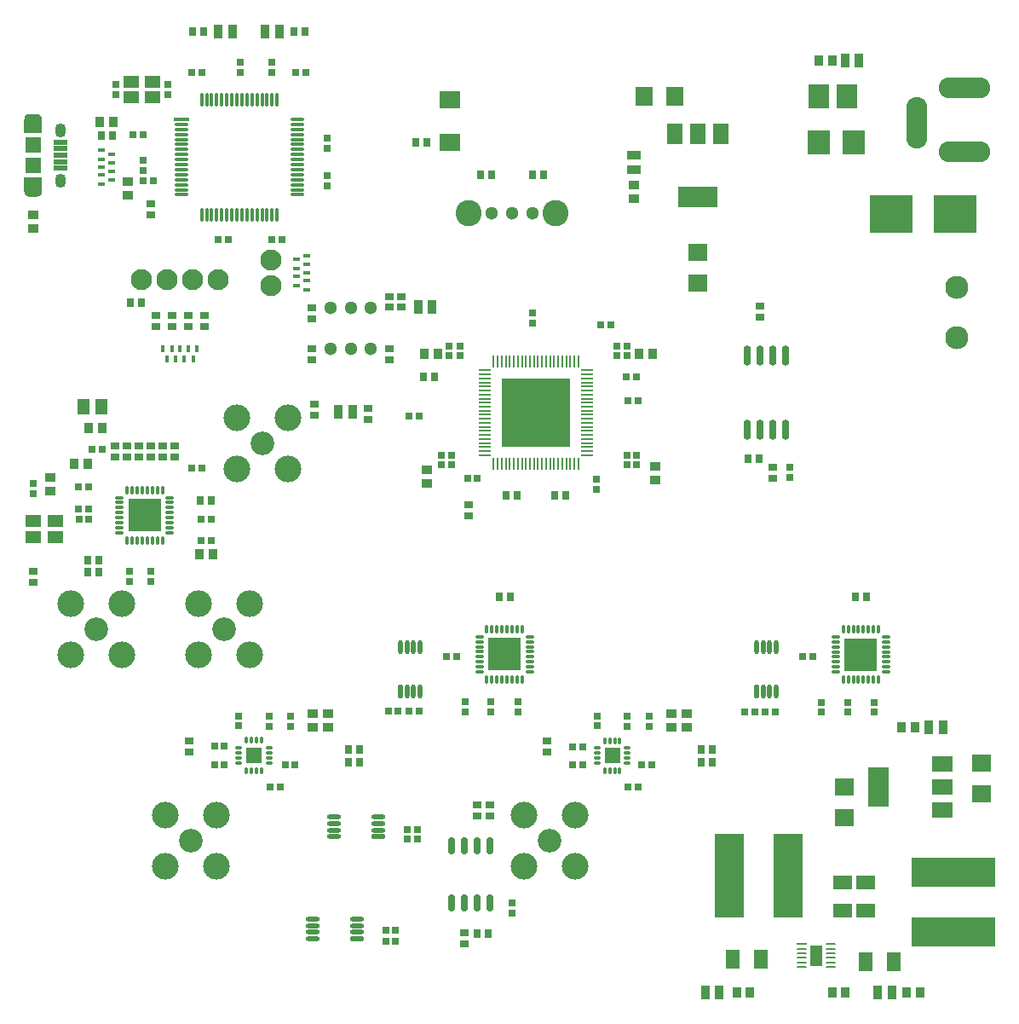
<source format=gts>
G04*
G04 #@! TF.GenerationSoftware,Altium Limited,Altium Designer,21.8.1 (53)*
G04*
G04 Layer_Color=8388736*
%FSLAX44Y44*%
%MOMM*%
G71*
G04*
G04 #@! TF.SameCoordinates,6CD9B284-D185-4371-BAE9-4CCCACD555D3*
G04*
G04*
G04 #@! TF.FilePolarity,Negative*
G04*
G01*
G75*
%ADD18O,1.0000X0.3500*%
%ADD19O,0.3500X1.0000*%
%ADD20R,3.2000X3.2000*%
%ADD21R,1.6000X1.6000*%
%ADD22O,0.8000X0.3000*%
%ADD23O,0.3000X0.8000*%
%ADD24R,3.2000X3.2000*%
%ADD25R,0.7500X0.8500*%
%ADD26R,0.8500X0.7500*%
%ADD27R,1.9000X1.8000*%
%ADD28R,1.4000X0.9000*%
%ADD29R,1.0500X0.9000*%
%ADD30R,2.1000X1.7000*%
%ADD31R,0.7000X0.7000*%
%ADD32R,0.9500X1.1000*%
%ADD33R,0.9000X1.4000*%
%ADD34R,0.7000X0.7000*%
%ADD35O,1.1900X0.2400*%
%ADD36O,0.2400X1.1900*%
%ADD37R,6.8400X6.8400*%
%ADD38R,1.1000X0.9500*%
%ADD39R,1.2900X1.5700*%
%ADD40O,0.7500X1.7500*%
%ADD41R,0.9000X1.0500*%
%ADD42R,2.9000X8.3000*%
%ADD43R,8.3000X2.9000*%
%ADD44R,2.2600X2.3600*%
%ADD45R,2.0500X2.3500*%
%ADD46R,1.8000X1.9000*%
%ADD47R,3.9000X2.1000*%
%ADD48R,1.6000X2.1000*%
G04:AMPARAMS|DCode=49|XSize=0.5mm|YSize=1.4mm|CornerRadius=0.15mm|HoleSize=0mm|Usage=FLASHONLY|Rotation=270.000|XOffset=0mm|YOffset=0mm|HoleType=Round|Shape=RoundedRectangle|*
%AMROUNDEDRECTD49*
21,1,0.5000,1.1000,0,0,270.0*
21,1,0.2000,1.4000,0,0,270.0*
1,1,0.3000,-0.5500,-0.1000*
1,1,0.3000,-0.5500,0.1000*
1,1,0.3000,0.5500,0.1000*
1,1,0.3000,0.5500,-0.1000*
%
%ADD49ROUNDEDRECTD49*%
%ADD50O,1.4000X0.5000*%
%ADD51R,1.4000X1.9000*%
%ADD52R,1.9000X1.4000*%
G04:AMPARAMS|DCode=53|XSize=1.0096mm|YSize=0.1925mm|CornerRadius=0.0962mm|HoleSize=0mm|Usage=FLASHONLY|Rotation=0.000|XOffset=0mm|YOffset=0mm|HoleType=Round|Shape=RoundedRectangle|*
%AMROUNDEDRECTD53*
21,1,1.0096,0.0000,0,0,0.0*
21,1,0.8172,0.1925,0,0,0.0*
1,1,0.1925,0.4086,0.0000*
1,1,0.1925,-0.4086,0.0000*
1,1,0.1925,-0.4086,0.0000*
1,1,0.1925,0.4086,0.0000*
%
%ADD53ROUNDEDRECTD53*%
%ADD54R,1.0096X0.1925*%
%ADD55R,1.3100X2.1200*%
%ADD56R,2.1000X1.6000*%
%ADD57R,2.1000X3.9000*%
%ADD58O,0.5000X1.4000*%
G04:AMPARAMS|DCode=59|XSize=0.5mm|YSize=1.4mm|CornerRadius=0.15mm|HoleSize=0mm|Usage=FLASHONLY|Rotation=180.000|XOffset=0mm|YOffset=0mm|HoleType=Round|Shape=RoundedRectangle|*
%AMROUNDEDRECTD59*
21,1,0.5000,1.1000,0,0,180.0*
21,1,0.2000,1.4000,0,0,180.0*
1,1,0.3000,-0.1000,0.5500*
1,1,0.3000,0.1000,0.5500*
1,1,0.3000,0.1000,-0.5500*
1,1,0.3000,-0.1000,-0.5500*
%
%ADD59ROUNDEDRECTD59*%
%ADD60R,1.5000X1.2500*%
%ADD61R,1.4500X0.5000*%
%ADD62R,1.6500X1.6000*%
%ADD63R,0.8000X0.3000*%
%ADD64R,0.3000X0.8000*%
%ADD65O,0.3400X1.4900*%
%ADD66O,1.4900X0.3400*%
%ADD67R,1.4900X0.3400*%
%ADD68O,0.7500X2.0000*%
%ADD69R,4.2418X3.8100*%
%ADD70C,2.6500*%
%ADD71C,2.3500*%
%ADD72C,1.3000*%
%ADD73C,2.6000*%
%ADD74O,1.6500X1.1000*%
%ADD75O,1.1000X1.4000*%
%ADD76C,2.1000*%
%ADD77O,5.1000X2.1000*%
%ADD78O,2.1000X5.1000*%
%ADD79C,2.3000*%
%ADD80C,0.7000*%
G36*
X30245Y817909D02*
X30225Y817648D01*
X30191Y817388D01*
X30143Y817131D01*
X30082Y816876D01*
X30008Y816625D01*
X29920Y816379D01*
X29820Y816137D01*
X29707Y815900D01*
X29583Y815670D01*
X29446Y815447D01*
X29297Y815231D01*
X29138Y815024D01*
X28968Y814825D01*
X28788Y814635D01*
X28598Y814455D01*
X28399Y814285D01*
X28191Y814125D01*
X27975Y813977D01*
X27752Y813840D01*
X27522Y813715D01*
X27286Y813603D01*
X27044Y813503D01*
X26797Y813415D01*
X26546Y813341D01*
X26292Y813280D01*
X26035Y813232D01*
X25775Y813198D01*
X25514Y813177D01*
X25252Y813170D01*
X17752D01*
X17491Y813177D01*
X17230Y813198D01*
X16970Y813232D01*
X16713Y813280D01*
X16458Y813341D01*
X16207Y813415D01*
X15961Y813503D01*
X15719Y813603D01*
X15482Y813715D01*
X15252Y813840D01*
X15029Y813977D01*
X14813Y814125D01*
X14606Y814285D01*
X14407Y814455D01*
X14217Y814635D01*
X14037Y814825D01*
X13867Y815024D01*
X13707Y815231D01*
X13559Y815447D01*
X13422Y815670D01*
X13297Y815900D01*
X13185Y816137D01*
X13084Y816379D01*
X12997Y816625D01*
X12923Y816876D01*
X12862Y817131D01*
X12814Y817388D01*
X12780Y817648D01*
X12759Y817909D01*
X12752Y818170D01*
Y832170D01*
X30252D01*
Y818170D01*
X30245Y817909D01*
D02*
G37*
G36*
X12752Y876170D02*
Y890170D01*
X12759Y890432D01*
X12780Y890693D01*
X12814Y890953D01*
X12862Y891210D01*
X12923Y891464D01*
X12997Y891715D01*
X13084Y891962D01*
X13185Y892204D01*
X13297Y892440D01*
X13422Y892670D01*
X13559Y892894D01*
X13707Y893109D01*
X13867Y893317D01*
X14037Y893516D01*
X14217Y893706D01*
X14407Y893886D01*
X14606Y894056D01*
X14813Y894215D01*
X15029Y894364D01*
X15252Y894501D01*
X15482Y894625D01*
X15719Y894738D01*
X15961Y894838D01*
X16207Y894926D01*
X16458Y895000D01*
X16713Y895061D01*
X16970Y895109D01*
X17230Y895143D01*
X17491Y895163D01*
X17752Y895170D01*
X25252D01*
X25514Y895163D01*
X25775Y895143D01*
X26035Y895109D01*
X26292Y895061D01*
X26546Y895000D01*
X26797Y894926D01*
X27044Y894838D01*
X27286Y894738D01*
X27522Y894625D01*
X27752Y894501D01*
X27975Y894364D01*
X28191Y894215D01*
X28399Y894056D01*
X28598Y893886D01*
X28788Y893706D01*
X28968Y893516D01*
X29138Y893317D01*
X29297Y893109D01*
X29446Y892894D01*
X29583Y892670D01*
X29707Y892440D01*
X29820Y892204D01*
X29920Y891962D01*
X30008Y891715D01*
X30082Y891464D01*
X30143Y891210D01*
X30191Y890953D01*
X30225Y890693D01*
X30245Y890432D01*
X30252Y890170D01*
Y876170D01*
X12752D01*
D02*
G37*
D18*
X157462Y514328D02*
D03*
Y509328D02*
D03*
Y504328D02*
D03*
Y499328D02*
D03*
Y494328D02*
D03*
Y489328D02*
D03*
Y484328D02*
D03*
Y479328D02*
D03*
X107562Y514328D02*
D03*
Y509328D02*
D03*
Y504328D02*
D03*
Y499328D02*
D03*
Y494328D02*
D03*
Y489328D02*
D03*
Y484328D02*
D03*
Y479328D02*
D03*
X465043Y376146D02*
D03*
Y371146D02*
D03*
Y366146D02*
D03*
Y361146D02*
D03*
Y356146D02*
D03*
Y351146D02*
D03*
Y346146D02*
D03*
Y341146D02*
D03*
X514943D02*
D03*
Y346146D02*
D03*
Y351146D02*
D03*
Y356146D02*
D03*
Y361146D02*
D03*
Y366146D02*
D03*
Y371146D02*
D03*
Y376146D02*
D03*
X819161Y376027D02*
D03*
Y371027D02*
D03*
Y366027D02*
D03*
Y361027D02*
D03*
Y356027D02*
D03*
Y351027D02*
D03*
Y346027D02*
D03*
Y341027D02*
D03*
X869061D02*
D03*
Y346027D02*
D03*
Y351027D02*
D03*
Y356027D02*
D03*
Y361027D02*
D03*
Y366027D02*
D03*
Y371027D02*
D03*
Y376027D02*
D03*
D19*
X150012Y521778D02*
D03*
X145012D02*
D03*
X140012D02*
D03*
X135012D02*
D03*
X130012D02*
D03*
X125012D02*
D03*
X120012D02*
D03*
X115012D02*
D03*
Y471878D02*
D03*
X120012D02*
D03*
X125012D02*
D03*
X130012D02*
D03*
X135012D02*
D03*
X140012D02*
D03*
X145012D02*
D03*
X150012D02*
D03*
X472493Y383596D02*
D03*
X477493D02*
D03*
X482493D02*
D03*
X487493D02*
D03*
X492493D02*
D03*
X497493D02*
D03*
X502493D02*
D03*
X507493D02*
D03*
X472493Y333696D02*
D03*
X477493D02*
D03*
X482493D02*
D03*
X487493D02*
D03*
X492493D02*
D03*
X497493D02*
D03*
X502493D02*
D03*
X507493D02*
D03*
X826611Y383477D02*
D03*
X831611D02*
D03*
X836611D02*
D03*
X841611D02*
D03*
X846611D02*
D03*
X851611D02*
D03*
X856611D02*
D03*
X861611D02*
D03*
X826611Y333577D02*
D03*
X831611D02*
D03*
X836611D02*
D03*
X841611D02*
D03*
X846611D02*
D03*
X851611D02*
D03*
X856611D02*
D03*
X861611D02*
D03*
D20*
X132512Y496828D02*
D03*
D21*
X240874Y258067D02*
D03*
X597013Y257948D02*
D03*
D22*
X225874Y250567D02*
D03*
Y255567D02*
D03*
Y260567D02*
D03*
Y265567D02*
D03*
X255874D02*
D03*
Y260567D02*
D03*
Y255567D02*
D03*
Y250567D02*
D03*
X582013Y250448D02*
D03*
Y255448D02*
D03*
Y260448D02*
D03*
Y265448D02*
D03*
X612013D02*
D03*
Y260448D02*
D03*
Y255448D02*
D03*
Y250448D02*
D03*
D23*
X233374Y273067D02*
D03*
X238374D02*
D03*
X243374D02*
D03*
X248374D02*
D03*
Y243067D02*
D03*
X243374D02*
D03*
X238374D02*
D03*
X233374D02*
D03*
X589513Y272948D02*
D03*
X594513D02*
D03*
X599513D02*
D03*
X604513D02*
D03*
Y242948D02*
D03*
X599513D02*
D03*
X594513D02*
D03*
X589513D02*
D03*
D24*
X489993Y358646D02*
D03*
X844111Y358527D02*
D03*
D25*
X187931Y511743D02*
D03*
X86741Y452191D02*
D03*
Y440197D02*
D03*
X477289Y834561D02*
D03*
X466289D02*
D03*
X528539D02*
D03*
X517539D02*
D03*
X412500Y867250D02*
D03*
X401500D02*
D03*
X409110Y634250D02*
D03*
X420110D02*
D03*
X335109Y264326D02*
D03*
X346109D02*
D03*
X335109Y251827D02*
D03*
X346109D02*
D03*
X473500Y81250D02*
D03*
X462500D02*
D03*
X685398Y264196D02*
D03*
X696398D02*
D03*
X685398Y251697D02*
D03*
X696398D02*
D03*
X491750Y516149D02*
D03*
X502750D02*
D03*
X75741Y452191D02*
D03*
Y440197D02*
D03*
X198931Y511743D02*
D03*
X539736Y516149D02*
D03*
X550736D02*
D03*
X100142Y874000D02*
D03*
X89143D02*
D03*
X129385Y707533D02*
D03*
X118385D02*
D03*
X280517Y976984D02*
D03*
X291517D02*
D03*
X191278D02*
D03*
X180278D02*
D03*
X838616Y415423D02*
D03*
X849616D02*
D03*
X742586Y552662D02*
D03*
X731586D02*
D03*
X484462Y415423D02*
D03*
X495462D02*
D03*
D26*
X162511Y554609D02*
D03*
X150511D02*
D03*
X138511Y554609D02*
D03*
X126511Y554609D02*
D03*
X114511D02*
D03*
X102511D02*
D03*
X138699Y806255D02*
D03*
Y795255D02*
D03*
X387266Y714153D02*
D03*
Y703153D02*
D03*
X354500Y591900D02*
D03*
Y602900D02*
D03*
X300750Y606896D02*
D03*
Y595896D02*
D03*
X176454Y261317D02*
D03*
Y272317D02*
D03*
X449751Y70762D02*
D03*
Y81762D02*
D03*
X462451Y209262D02*
D03*
Y198262D02*
D03*
X475151Y209262D02*
D03*
Y198262D02*
D03*
X532593Y261198D02*
D03*
Y272198D02*
D03*
X375260Y703153D02*
D03*
Y714153D02*
D03*
X298382Y692102D02*
D03*
Y703102D02*
D03*
X21731Y441397D02*
D03*
Y430397D02*
D03*
X138511Y565609D02*
D03*
X126511Y565609D02*
D03*
X162511D02*
D03*
X150511D02*
D03*
X114511D02*
D03*
X102511D02*
D03*
X454687Y496331D02*
D03*
Y507331D02*
D03*
X143410Y683775D02*
D03*
Y694775D02*
D03*
X159410Y683775D02*
D03*
Y694775D02*
D03*
X175410Y683775D02*
D03*
Y694775D02*
D03*
X191409Y683775D02*
D03*
Y694775D02*
D03*
X756850Y544043D02*
D03*
Y533043D02*
D03*
X298382Y662473D02*
D03*
Y651472D02*
D03*
X375325Y651403D02*
D03*
Y662402D02*
D03*
X744150Y704000D02*
D03*
Y693000D02*
D03*
D27*
X682250Y758090D02*
D03*
Y727590D02*
D03*
X964000Y220500D02*
D03*
Y251000D02*
D03*
X827495Y226790D02*
D03*
Y196290D02*
D03*
D28*
X618226Y854250D02*
D03*
Y840250D02*
D03*
D29*
Y824250D02*
D03*
Y811250D02*
D03*
X670844Y286381D02*
D03*
Y299381D02*
D03*
X655680D02*
D03*
Y286381D02*
D03*
X299541Y299500D02*
D03*
Y286500D02*
D03*
X314481D02*
D03*
Y299500D02*
D03*
D30*
X435500Y867250D02*
D03*
Y909250D02*
D03*
D31*
X179077Y936620D02*
D03*
X189077D02*
D03*
X130933Y829170D02*
D03*
X140933D02*
D03*
X395207Y595150D02*
D03*
X405207D02*
D03*
X613013Y226757D02*
D03*
X623013D02*
D03*
X381862Y84562D02*
D03*
X371862D02*
D03*
X381862Y74062D02*
D03*
X371862D02*
D03*
X394936Y301924D02*
D03*
X404936D02*
D03*
X384403D02*
D03*
X374403D02*
D03*
X393268Y184524D02*
D03*
X403268D02*
D03*
X393283Y175454D02*
D03*
X403283D02*
D03*
X453035Y533618D02*
D03*
X463035D02*
D03*
X66936Y524826D02*
D03*
X76936D02*
D03*
X76982Y492799D02*
D03*
X66982D02*
D03*
X66936Y503327D02*
D03*
X76936D02*
D03*
X80416Y561784D02*
D03*
X90416D02*
D03*
X179217Y543489D02*
D03*
X189217D02*
D03*
X198430Y492799D02*
D03*
X188430D02*
D03*
Y471562D02*
D03*
X198430D02*
D03*
X612953Y610270D02*
D03*
X622953D02*
D03*
X215485Y770878D02*
D03*
X205485D02*
D03*
X259002D02*
D03*
X269002D02*
D03*
X130934Y874921D02*
D03*
X120934D02*
D03*
X282727Y936620D02*
D03*
X292727D02*
D03*
X267000Y226750D02*
D03*
X257000D02*
D03*
X796154Y356027D02*
D03*
X786154D02*
D03*
X749054Y301805D02*
D03*
X759054D02*
D03*
X738521D02*
D03*
X728521D02*
D03*
X557843Y267069D02*
D03*
X567843D02*
D03*
X557843Y248757D02*
D03*
X567843D02*
D03*
X636250Y249000D02*
D03*
X626250D02*
D03*
X442036Y356146D02*
D03*
X432036D02*
D03*
X211704Y267188D02*
D03*
X201704D02*
D03*
X211704Y248876D02*
D03*
X201704D02*
D03*
X271920D02*
D03*
X281920D02*
D03*
X595897Y685896D02*
D03*
X585897D02*
D03*
X621288Y634080D02*
D03*
X611288D02*
D03*
D32*
X101549Y887540D02*
D03*
X88049D02*
D03*
X424110Y656902D02*
D03*
X410610D02*
D03*
X75686Y547695D02*
D03*
X62186D02*
D03*
X90012Y583502D02*
D03*
X76512D02*
D03*
X186681Y457697D02*
D03*
X200181D02*
D03*
X623770Y656880D02*
D03*
X637270D02*
D03*
D33*
X417919Y703239D02*
D03*
X403919D02*
D03*
X324948Y599343D02*
D03*
X338948D02*
D03*
X925599Y285750D02*
D03*
X911599D02*
D03*
X689398Y22740D02*
D03*
X703398D02*
D03*
X860737Y22971D02*
D03*
X874737D02*
D03*
X842150Y947900D02*
D03*
X828150D02*
D03*
X266022Y976984D02*
D03*
X252022D02*
D03*
X205778D02*
D03*
X219778D02*
D03*
D34*
X445496Y654902D02*
D03*
Y664902D02*
D03*
X225874Y297567D02*
D03*
Y287567D02*
D03*
X497493Y111760D02*
D03*
Y101760D02*
D03*
X582013Y287448D02*
D03*
Y297448D02*
D03*
X21638Y518028D02*
D03*
Y528028D02*
D03*
X437036Y546590D02*
D03*
Y556590D02*
D03*
X427155Y556590D02*
D03*
Y546590D02*
D03*
X138351Y430947D02*
D03*
Y440947D02*
D03*
X117610Y430947D02*
D03*
Y440947D02*
D03*
X130933Y849170D02*
D03*
Y839170D02*
D03*
X103673Y924564D02*
D03*
Y914564D02*
D03*
X155557Y924564D02*
D03*
Y914564D02*
D03*
X227587Y936620D02*
D03*
Y946620D02*
D03*
X313502Y823920D02*
D03*
Y833920D02*
D03*
X313502Y860806D02*
D03*
Y870806D02*
D03*
X259007Y946620D02*
D03*
Y936620D02*
D03*
X857366Y311059D02*
D03*
Y301059D02*
D03*
X830766Y311059D02*
D03*
Y301059D02*
D03*
X804789Y311059D02*
D03*
Y301059D02*
D03*
X633430Y297131D02*
D03*
Y287131D02*
D03*
X612013Y297287D02*
D03*
Y287287D02*
D03*
X503248Y311178D02*
D03*
Y301178D02*
D03*
X476648Y311178D02*
D03*
Y301178D02*
D03*
X450671Y311178D02*
D03*
Y301178D02*
D03*
X255874Y287406D02*
D03*
Y297406D02*
D03*
X277291Y297250D02*
D03*
Y287250D02*
D03*
X611470Y664902D02*
D03*
Y654902D02*
D03*
X601420D02*
D03*
Y664902D02*
D03*
X773500Y544293D02*
D03*
Y534293D02*
D03*
X517916Y687700D02*
D03*
Y697700D02*
D03*
X581170Y532473D02*
D03*
Y522473D02*
D03*
X621470Y546590D02*
D03*
Y556590D02*
D03*
X611470Y546590D02*
D03*
Y556590D02*
D03*
X435231Y654902D02*
D03*
Y664902D02*
D03*
D35*
X470245Y640500D02*
D03*
Y636500D02*
D03*
Y632500D02*
D03*
Y628500D02*
D03*
Y624500D02*
D03*
Y620500D02*
D03*
Y616500D02*
D03*
Y612500D02*
D03*
Y608500D02*
D03*
Y604500D02*
D03*
Y600500D02*
D03*
Y596500D02*
D03*
Y592500D02*
D03*
Y588500D02*
D03*
Y584500D02*
D03*
Y580500D02*
D03*
Y576500D02*
D03*
Y572500D02*
D03*
Y568500D02*
D03*
Y564500D02*
D03*
Y560500D02*
D03*
Y556500D02*
D03*
X572245D02*
D03*
Y560500D02*
D03*
Y564500D02*
D03*
Y568500D02*
D03*
Y572500D02*
D03*
Y576500D02*
D03*
Y580500D02*
D03*
Y584500D02*
D03*
Y588500D02*
D03*
Y592500D02*
D03*
Y596500D02*
D03*
Y600500D02*
D03*
Y604500D02*
D03*
Y608500D02*
D03*
Y612500D02*
D03*
Y616500D02*
D03*
Y620500D02*
D03*
Y624500D02*
D03*
Y628500D02*
D03*
Y632500D02*
D03*
Y636500D02*
D03*
Y640500D02*
D03*
D36*
X479245Y547500D02*
D03*
X483245D02*
D03*
X487245D02*
D03*
X491245D02*
D03*
X495245D02*
D03*
X499245D02*
D03*
X503245D02*
D03*
X507245D02*
D03*
X511245D02*
D03*
X515245D02*
D03*
X519245D02*
D03*
X523245D02*
D03*
X527245D02*
D03*
X531245D02*
D03*
X551245D02*
D03*
X555245D02*
D03*
X559245D02*
D03*
X563245D02*
D03*
Y649500D02*
D03*
X559245D02*
D03*
X555245D02*
D03*
X551245D02*
D03*
X547245D02*
D03*
X543245D02*
D03*
X539245D02*
D03*
X535245D02*
D03*
X531245D02*
D03*
X527245D02*
D03*
X523245D02*
D03*
X519245D02*
D03*
X515245D02*
D03*
X511245D02*
D03*
X507245D02*
D03*
X503245D02*
D03*
X499245D02*
D03*
X495245D02*
D03*
X491245D02*
D03*
X487245D02*
D03*
X483245D02*
D03*
X479245D02*
D03*
X547245Y547500D02*
D03*
X543245D02*
D03*
X539245D02*
D03*
X535245D02*
D03*
D37*
X521245Y598500D02*
D03*
D38*
X412901Y541496D02*
D03*
Y527996D02*
D03*
X38426Y534070D02*
D03*
Y520570D02*
D03*
X21527Y781501D02*
D03*
Y795001D02*
D03*
X115227Y827688D02*
D03*
Y814188D02*
D03*
X640070Y531684D02*
D03*
Y545184D02*
D03*
D39*
X88966Y604500D02*
D03*
X71866D02*
D03*
D40*
X437051Y111762D02*
D03*
X449751D02*
D03*
X462451D02*
D03*
X475151D02*
D03*
X437051Y168262D02*
D03*
X449751D02*
D03*
X462451D02*
D03*
X475151D02*
D03*
D41*
X897543Y285746D02*
D03*
X884543D02*
D03*
X733950Y22740D02*
D03*
X720950D02*
D03*
X889875D02*
D03*
X902875D02*
D03*
X815650Y947900D02*
D03*
X802650D02*
D03*
X828875Y22493D02*
D03*
X815875D02*
D03*
D42*
X772000Y138500D02*
D03*
X713000D02*
D03*
D43*
X936061Y142095D02*
D03*
Y83095D02*
D03*
D44*
X837152Y866598D02*
D03*
X802652D02*
D03*
D45*
X802650Y912950D02*
D03*
X830150D02*
D03*
D46*
X659090Y912950D02*
D03*
X628590D02*
D03*
D47*
X682250Y812750D02*
D03*
D48*
Y875750D02*
D03*
X659250D02*
D03*
X705250D02*
D03*
D49*
X364559Y177469D02*
D03*
X343138Y76077D02*
D03*
D50*
X364559Y183969D02*
D03*
Y190469D02*
D03*
Y196969D02*
D03*
X320559Y177469D02*
D03*
Y183969D02*
D03*
Y190469D02*
D03*
Y196969D02*
D03*
X343138Y82577D02*
D03*
Y89077D02*
D03*
Y95577D02*
D03*
X299138Y76077D02*
D03*
Y82577D02*
D03*
Y89077D02*
D03*
Y95577D02*
D03*
D51*
X876817Y53721D02*
D03*
X848818D02*
D03*
X716947Y55709D02*
D03*
X744948D02*
D03*
D52*
X849016Y131907D02*
D03*
Y103907D02*
D03*
X825995Y131907D02*
D03*
Y103907D02*
D03*
D53*
X814176Y70875D02*
D03*
Y66375D02*
D03*
Y61875D02*
D03*
Y57375D02*
D03*
Y52875D02*
D03*
Y48375D02*
D03*
X785151D02*
D03*
Y52875D02*
D03*
Y57375D02*
D03*
Y61875D02*
D03*
Y66375D02*
D03*
D54*
Y70875D02*
D03*
D55*
X799663Y59625D02*
D03*
D56*
X924750Y203790D02*
D03*
Y249790D02*
D03*
Y226790D02*
D03*
D57*
X861750D02*
D03*
D58*
X405921Y365899D02*
D03*
X399421D02*
D03*
X392921D02*
D03*
X386421D02*
D03*
X405921Y321899D02*
D03*
X399421D02*
D03*
X392921D02*
D03*
X760039Y365780D02*
D03*
X753539D02*
D03*
X747039D02*
D03*
X740539D02*
D03*
X760039Y321780D02*
D03*
X753539D02*
D03*
X747039D02*
D03*
D59*
X386421Y321899D02*
D03*
X740539Y321780D02*
D03*
D60*
X21729Y491079D02*
D03*
X43729D02*
D03*
Y475079D02*
D03*
X21729D02*
D03*
X140601Y911473D02*
D03*
X118601D02*
D03*
Y927473D02*
D03*
X140601D02*
D03*
D61*
X48502Y867170D02*
D03*
Y860670D02*
D03*
Y854170D02*
D03*
Y847670D02*
D03*
Y841170D02*
D03*
D62*
X21502Y864170D02*
D03*
Y844170D02*
D03*
D63*
X99727Y855421D02*
D03*
Y846421D02*
D03*
Y838421D02*
D03*
Y829421D02*
D03*
X89727Y825421D02*
D03*
Y834421D02*
D03*
Y850421D02*
D03*
Y859421D02*
D03*
Y842421D02*
D03*
X283425Y724686D02*
D03*
Y733686D02*
D03*
Y741686D02*
D03*
Y750686D02*
D03*
X293425Y754686D02*
D03*
Y745686D02*
D03*
Y729686D02*
D03*
Y720686D02*
D03*
Y737686D02*
D03*
D64*
X180409Y652155D02*
D03*
X171409D02*
D03*
X163409D02*
D03*
X154409D02*
D03*
X150409Y662155D02*
D03*
X159409D02*
D03*
X175409D02*
D03*
X184409D02*
D03*
X167409D02*
D03*
D65*
X189002Y909670D02*
D03*
X194002D02*
D03*
X199002D02*
D03*
X204002D02*
D03*
X209002D02*
D03*
X214002D02*
D03*
X219002D02*
D03*
X224002D02*
D03*
X229002D02*
D03*
X234002D02*
D03*
X239002D02*
D03*
X244002D02*
D03*
X249002D02*
D03*
X254002D02*
D03*
X259002D02*
D03*
X264002D02*
D03*
Y795170D02*
D03*
X259002D02*
D03*
X254002D02*
D03*
X249002D02*
D03*
X244002D02*
D03*
X239002D02*
D03*
X234002D02*
D03*
X229002D02*
D03*
X224002D02*
D03*
X219002D02*
D03*
X214002D02*
D03*
X209002D02*
D03*
X204002D02*
D03*
X199002D02*
D03*
X194002D02*
D03*
X189002D02*
D03*
D66*
X283752Y889920D02*
D03*
Y884920D02*
D03*
Y879920D02*
D03*
Y874920D02*
D03*
Y869920D02*
D03*
Y864920D02*
D03*
Y859920D02*
D03*
Y854920D02*
D03*
Y849920D02*
D03*
Y844920D02*
D03*
Y839920D02*
D03*
Y834920D02*
D03*
Y829920D02*
D03*
Y824920D02*
D03*
Y819920D02*
D03*
Y814920D02*
D03*
X169252D02*
D03*
Y819920D02*
D03*
Y824920D02*
D03*
Y829920D02*
D03*
Y834920D02*
D03*
Y839920D02*
D03*
Y844920D02*
D03*
Y849920D02*
D03*
Y854920D02*
D03*
Y859920D02*
D03*
Y864920D02*
D03*
Y869920D02*
D03*
Y874920D02*
D03*
Y879920D02*
D03*
Y884920D02*
D03*
D67*
Y889920D02*
D03*
D68*
X769550Y655000D02*
D03*
X756850D02*
D03*
X744150D02*
D03*
X731450D02*
D03*
X769550Y582000D02*
D03*
X756850D02*
D03*
X744150D02*
D03*
X731450D02*
D03*
D69*
X937877Y796000D02*
D03*
X874123D02*
D03*
D70*
X109515Y408622D02*
D03*
Y357822D02*
D03*
X58715D02*
D03*
Y408622D02*
D03*
X236315D02*
D03*
Y357822D02*
D03*
X185515D02*
D03*
Y408622D02*
D03*
X152970Y198700D02*
D03*
Y147900D02*
D03*
X203770D02*
D03*
Y198700D02*
D03*
X559910Y198585D02*
D03*
X509110D02*
D03*
Y147785D02*
D03*
X559910D02*
D03*
X274821Y593900D02*
D03*
Y543100D02*
D03*
X224021D02*
D03*
Y593900D02*
D03*
D71*
X84115Y383222D02*
D03*
X210915D02*
D03*
X178370Y173300D02*
D03*
X534510Y173185D02*
D03*
X249421Y568500D02*
D03*
D72*
X497539Y796811D02*
D03*
X477539D02*
D03*
X517539D02*
D03*
X317225Y703098D02*
D03*
X337225D02*
D03*
X357225D02*
D03*
Y662468D02*
D03*
X337225D02*
D03*
X317225D02*
D03*
D73*
X541039Y796811D02*
D03*
X454039D02*
D03*
D74*
X21502Y889170D02*
D03*
Y819170D02*
D03*
D75*
X48502Y829170D02*
D03*
Y879170D02*
D03*
D76*
X154817Y730832D02*
D03*
X129417D02*
D03*
X205617D02*
D03*
X180217D02*
D03*
X257925Y725086D02*
D03*
Y750486D02*
D03*
D77*
X947328Y858039D02*
D03*
Y921039D02*
D03*
D78*
X899329Y886039D02*
D03*
D79*
X939750Y673250D02*
D03*
Y723250D02*
D03*
D80*
X143512Y485828D02*
D03*
X132512D02*
D03*
X121512D02*
D03*
X143512Y496828D02*
D03*
X132512D02*
D03*
X121512D02*
D03*
X143512Y507828D02*
D03*
X132512D02*
D03*
X121512D02*
D03*
X240874Y258067D02*
D03*
X597013Y257948D02*
D03*
X500993Y369646D02*
D03*
Y358646D02*
D03*
Y347646D02*
D03*
X489993Y369646D02*
D03*
Y358646D02*
D03*
Y347646D02*
D03*
X478993Y369646D02*
D03*
Y358646D02*
D03*
Y347646D02*
D03*
X855111Y369527D02*
D03*
Y358527D02*
D03*
Y347527D02*
D03*
X844111Y369527D02*
D03*
Y358527D02*
D03*
Y347527D02*
D03*
X833111Y369527D02*
D03*
Y358527D02*
D03*
Y347527D02*
D03*
X493745Y626000D02*
D03*
X504745D02*
D03*
X515745D02*
D03*
X526745D02*
D03*
X537745D02*
D03*
X548745D02*
D03*
X493745Y615000D02*
D03*
X504745D02*
D03*
X515745D02*
D03*
X526745D02*
D03*
X537745D02*
D03*
X548745D02*
D03*
X493745Y604000D02*
D03*
X504745D02*
D03*
X515745D02*
D03*
X526745D02*
D03*
X537745D02*
D03*
X548745D02*
D03*
X493745Y593000D02*
D03*
X504745D02*
D03*
X515745D02*
D03*
X526745D02*
D03*
X537745D02*
D03*
X548745D02*
D03*
X493745Y582000D02*
D03*
X504745D02*
D03*
X515745D02*
D03*
X526745D02*
D03*
X537745D02*
D03*
X548745D02*
D03*
X493745Y571000D02*
D03*
X504745D02*
D03*
X515745D02*
D03*
X526745D02*
D03*
X537745D02*
D03*
X548745D02*
D03*
M02*

</source>
